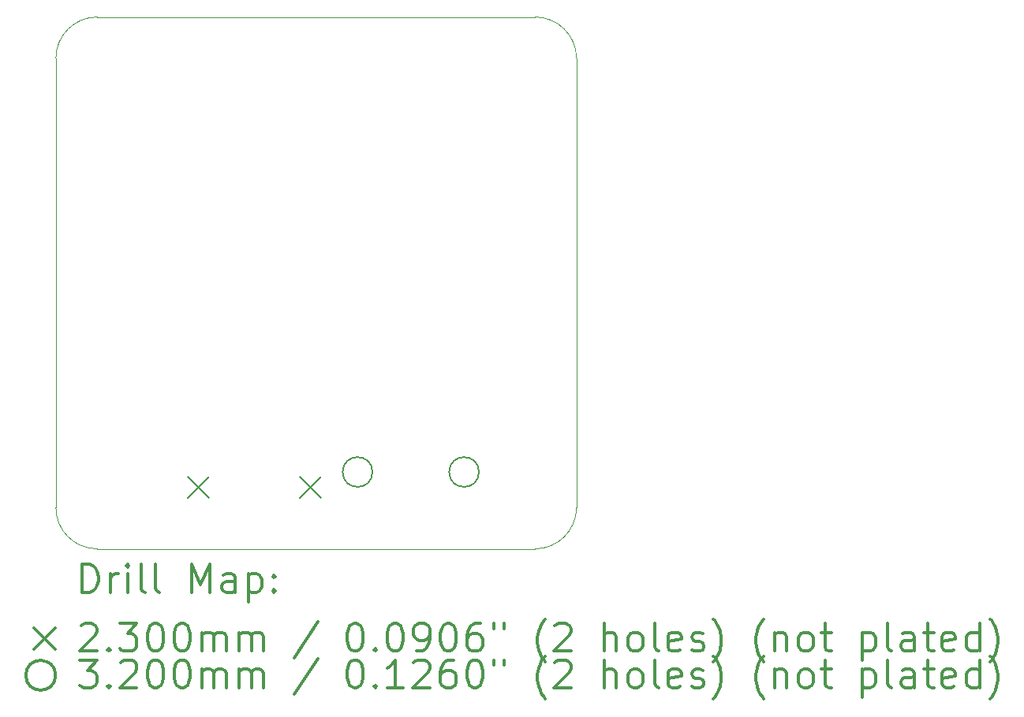
<source format=gbr>
%FSLAX45Y45*%
G04 Gerber Fmt 4.5, Leading zero omitted, Abs format (unit mm)*
G04 Created by KiCad (PCBNEW (5.1.10)-1) date 2021-07-13 13:09:28*
%MOMM*%
%LPD*%
G01*
G04 APERTURE LIST*
%TA.AperFunction,Profile*%
%ADD10C,0.050000*%
%TD*%
%ADD11C,0.200000*%
%ADD12C,0.300000*%
G04 APERTURE END LIST*
D10*
X8445500Y-4445000D02*
G75*
G02*
X8890000Y-4889500I0J-444500D01*
G01*
X8890000Y-9715500D02*
G75*
G02*
X8445500Y-10160000I-444500J0D01*
G01*
X3746500Y-10160000D02*
G75*
G02*
X3302000Y-9715500I0J444500D01*
G01*
X3302000Y-4889500D02*
G75*
G02*
X3746500Y-4445000I444500J0D01*
G01*
X3302000Y-9715500D02*
X3302000Y-4889500D01*
X8445500Y-10160000D02*
X3746500Y-10160000D01*
X8890000Y-4889500D02*
X8890000Y-9715500D01*
X3746500Y-4445000D02*
X8445500Y-4445000D01*
D11*
X4720000Y-9386000D02*
X4950000Y-9616000D01*
X4950000Y-9386000D02*
X4720000Y-9616000D01*
X5920000Y-9386000D02*
X6150000Y-9616000D01*
X6150000Y-9386000D02*
X5920000Y-9616000D01*
X6700500Y-9334500D02*
G75*
G03*
X6700500Y-9334500I-160000J0D01*
G01*
X7843500Y-9334500D02*
G75*
G03*
X7843500Y-9334500I-160000J0D01*
G01*
D12*
X3585928Y-10628214D02*
X3585928Y-10328214D01*
X3657357Y-10328214D01*
X3700214Y-10342500D01*
X3728786Y-10371072D01*
X3743071Y-10399643D01*
X3757357Y-10456786D01*
X3757357Y-10499643D01*
X3743071Y-10556786D01*
X3728786Y-10585357D01*
X3700214Y-10613929D01*
X3657357Y-10628214D01*
X3585928Y-10628214D01*
X3885928Y-10628214D02*
X3885928Y-10428214D01*
X3885928Y-10485357D02*
X3900214Y-10456786D01*
X3914500Y-10442500D01*
X3943071Y-10428214D01*
X3971643Y-10428214D01*
X4071643Y-10628214D02*
X4071643Y-10428214D01*
X4071643Y-10328214D02*
X4057357Y-10342500D01*
X4071643Y-10356786D01*
X4085928Y-10342500D01*
X4071643Y-10328214D01*
X4071643Y-10356786D01*
X4257357Y-10628214D02*
X4228786Y-10613929D01*
X4214500Y-10585357D01*
X4214500Y-10328214D01*
X4414500Y-10628214D02*
X4385928Y-10613929D01*
X4371643Y-10585357D01*
X4371643Y-10328214D01*
X4757357Y-10628214D02*
X4757357Y-10328214D01*
X4857357Y-10542500D01*
X4957357Y-10328214D01*
X4957357Y-10628214D01*
X5228786Y-10628214D02*
X5228786Y-10471072D01*
X5214500Y-10442500D01*
X5185928Y-10428214D01*
X5128786Y-10428214D01*
X5100214Y-10442500D01*
X5228786Y-10613929D02*
X5200214Y-10628214D01*
X5128786Y-10628214D01*
X5100214Y-10613929D01*
X5085928Y-10585357D01*
X5085928Y-10556786D01*
X5100214Y-10528214D01*
X5128786Y-10513929D01*
X5200214Y-10513929D01*
X5228786Y-10499643D01*
X5371643Y-10428214D02*
X5371643Y-10728214D01*
X5371643Y-10442500D02*
X5400214Y-10428214D01*
X5457357Y-10428214D01*
X5485928Y-10442500D01*
X5500214Y-10456786D01*
X5514500Y-10485357D01*
X5514500Y-10571072D01*
X5500214Y-10599643D01*
X5485928Y-10613929D01*
X5457357Y-10628214D01*
X5400214Y-10628214D01*
X5371643Y-10613929D01*
X5643071Y-10599643D02*
X5657357Y-10613929D01*
X5643071Y-10628214D01*
X5628786Y-10613929D01*
X5643071Y-10599643D01*
X5643071Y-10628214D01*
X5643071Y-10442500D02*
X5657357Y-10456786D01*
X5643071Y-10471072D01*
X5628786Y-10456786D01*
X5643071Y-10442500D01*
X5643071Y-10471072D01*
X3069500Y-11007500D02*
X3299500Y-11237500D01*
X3299500Y-11007500D02*
X3069500Y-11237500D01*
X3571643Y-10986786D02*
X3585928Y-10972500D01*
X3614500Y-10958214D01*
X3685928Y-10958214D01*
X3714500Y-10972500D01*
X3728786Y-10986786D01*
X3743071Y-11015357D01*
X3743071Y-11043929D01*
X3728786Y-11086786D01*
X3557357Y-11258214D01*
X3743071Y-11258214D01*
X3871643Y-11229643D02*
X3885928Y-11243929D01*
X3871643Y-11258214D01*
X3857357Y-11243929D01*
X3871643Y-11229643D01*
X3871643Y-11258214D01*
X3985928Y-10958214D02*
X4171643Y-10958214D01*
X4071643Y-11072500D01*
X4114500Y-11072500D01*
X4143071Y-11086786D01*
X4157357Y-11101072D01*
X4171643Y-11129643D01*
X4171643Y-11201071D01*
X4157357Y-11229643D01*
X4143071Y-11243929D01*
X4114500Y-11258214D01*
X4028786Y-11258214D01*
X4000214Y-11243929D01*
X3985928Y-11229643D01*
X4357357Y-10958214D02*
X4385928Y-10958214D01*
X4414500Y-10972500D01*
X4428786Y-10986786D01*
X4443071Y-11015357D01*
X4457357Y-11072500D01*
X4457357Y-11143929D01*
X4443071Y-11201071D01*
X4428786Y-11229643D01*
X4414500Y-11243929D01*
X4385928Y-11258214D01*
X4357357Y-11258214D01*
X4328786Y-11243929D01*
X4314500Y-11229643D01*
X4300214Y-11201071D01*
X4285928Y-11143929D01*
X4285928Y-11072500D01*
X4300214Y-11015357D01*
X4314500Y-10986786D01*
X4328786Y-10972500D01*
X4357357Y-10958214D01*
X4643071Y-10958214D02*
X4671643Y-10958214D01*
X4700214Y-10972500D01*
X4714500Y-10986786D01*
X4728786Y-11015357D01*
X4743071Y-11072500D01*
X4743071Y-11143929D01*
X4728786Y-11201071D01*
X4714500Y-11229643D01*
X4700214Y-11243929D01*
X4671643Y-11258214D01*
X4643071Y-11258214D01*
X4614500Y-11243929D01*
X4600214Y-11229643D01*
X4585928Y-11201071D01*
X4571643Y-11143929D01*
X4571643Y-11072500D01*
X4585928Y-11015357D01*
X4600214Y-10986786D01*
X4614500Y-10972500D01*
X4643071Y-10958214D01*
X4871643Y-11258214D02*
X4871643Y-11058214D01*
X4871643Y-11086786D02*
X4885928Y-11072500D01*
X4914500Y-11058214D01*
X4957357Y-11058214D01*
X4985928Y-11072500D01*
X5000214Y-11101072D01*
X5000214Y-11258214D01*
X5000214Y-11101072D02*
X5014500Y-11072500D01*
X5043071Y-11058214D01*
X5085928Y-11058214D01*
X5114500Y-11072500D01*
X5128786Y-11101072D01*
X5128786Y-11258214D01*
X5271643Y-11258214D02*
X5271643Y-11058214D01*
X5271643Y-11086786D02*
X5285928Y-11072500D01*
X5314500Y-11058214D01*
X5357357Y-11058214D01*
X5385928Y-11072500D01*
X5400214Y-11101072D01*
X5400214Y-11258214D01*
X5400214Y-11101072D02*
X5414500Y-11072500D01*
X5443071Y-11058214D01*
X5485928Y-11058214D01*
X5514500Y-11072500D01*
X5528786Y-11101072D01*
X5528786Y-11258214D01*
X6114500Y-10943929D02*
X5857357Y-11329643D01*
X6500214Y-10958214D02*
X6528786Y-10958214D01*
X6557357Y-10972500D01*
X6571643Y-10986786D01*
X6585928Y-11015357D01*
X6600214Y-11072500D01*
X6600214Y-11143929D01*
X6585928Y-11201071D01*
X6571643Y-11229643D01*
X6557357Y-11243929D01*
X6528786Y-11258214D01*
X6500214Y-11258214D01*
X6471643Y-11243929D01*
X6457357Y-11229643D01*
X6443071Y-11201071D01*
X6428786Y-11143929D01*
X6428786Y-11072500D01*
X6443071Y-11015357D01*
X6457357Y-10986786D01*
X6471643Y-10972500D01*
X6500214Y-10958214D01*
X6728786Y-11229643D02*
X6743071Y-11243929D01*
X6728786Y-11258214D01*
X6714500Y-11243929D01*
X6728786Y-11229643D01*
X6728786Y-11258214D01*
X6928786Y-10958214D02*
X6957357Y-10958214D01*
X6985928Y-10972500D01*
X7000214Y-10986786D01*
X7014500Y-11015357D01*
X7028786Y-11072500D01*
X7028786Y-11143929D01*
X7014500Y-11201071D01*
X7000214Y-11229643D01*
X6985928Y-11243929D01*
X6957357Y-11258214D01*
X6928786Y-11258214D01*
X6900214Y-11243929D01*
X6885928Y-11229643D01*
X6871643Y-11201071D01*
X6857357Y-11143929D01*
X6857357Y-11072500D01*
X6871643Y-11015357D01*
X6885928Y-10986786D01*
X6900214Y-10972500D01*
X6928786Y-10958214D01*
X7171643Y-11258214D02*
X7228786Y-11258214D01*
X7257357Y-11243929D01*
X7271643Y-11229643D01*
X7300214Y-11186786D01*
X7314500Y-11129643D01*
X7314500Y-11015357D01*
X7300214Y-10986786D01*
X7285928Y-10972500D01*
X7257357Y-10958214D01*
X7200214Y-10958214D01*
X7171643Y-10972500D01*
X7157357Y-10986786D01*
X7143071Y-11015357D01*
X7143071Y-11086786D01*
X7157357Y-11115357D01*
X7171643Y-11129643D01*
X7200214Y-11143929D01*
X7257357Y-11143929D01*
X7285928Y-11129643D01*
X7300214Y-11115357D01*
X7314500Y-11086786D01*
X7500214Y-10958214D02*
X7528786Y-10958214D01*
X7557357Y-10972500D01*
X7571643Y-10986786D01*
X7585928Y-11015357D01*
X7600214Y-11072500D01*
X7600214Y-11143929D01*
X7585928Y-11201071D01*
X7571643Y-11229643D01*
X7557357Y-11243929D01*
X7528786Y-11258214D01*
X7500214Y-11258214D01*
X7471643Y-11243929D01*
X7457357Y-11229643D01*
X7443071Y-11201071D01*
X7428786Y-11143929D01*
X7428786Y-11072500D01*
X7443071Y-11015357D01*
X7457357Y-10986786D01*
X7471643Y-10972500D01*
X7500214Y-10958214D01*
X7857357Y-10958214D02*
X7800214Y-10958214D01*
X7771643Y-10972500D01*
X7757357Y-10986786D01*
X7728786Y-11029643D01*
X7714500Y-11086786D01*
X7714500Y-11201071D01*
X7728786Y-11229643D01*
X7743071Y-11243929D01*
X7771643Y-11258214D01*
X7828786Y-11258214D01*
X7857357Y-11243929D01*
X7871643Y-11229643D01*
X7885928Y-11201071D01*
X7885928Y-11129643D01*
X7871643Y-11101072D01*
X7857357Y-11086786D01*
X7828786Y-11072500D01*
X7771643Y-11072500D01*
X7743071Y-11086786D01*
X7728786Y-11101072D01*
X7714500Y-11129643D01*
X8000214Y-10958214D02*
X8000214Y-11015357D01*
X8114500Y-10958214D02*
X8114500Y-11015357D01*
X8557357Y-11372500D02*
X8543071Y-11358214D01*
X8514500Y-11315357D01*
X8500214Y-11286786D01*
X8485928Y-11243929D01*
X8471643Y-11172500D01*
X8471643Y-11115357D01*
X8485928Y-11043929D01*
X8500214Y-11001072D01*
X8514500Y-10972500D01*
X8543071Y-10929643D01*
X8557357Y-10915357D01*
X8657357Y-10986786D02*
X8671643Y-10972500D01*
X8700214Y-10958214D01*
X8771643Y-10958214D01*
X8800214Y-10972500D01*
X8814500Y-10986786D01*
X8828786Y-11015357D01*
X8828786Y-11043929D01*
X8814500Y-11086786D01*
X8643071Y-11258214D01*
X8828786Y-11258214D01*
X9185928Y-11258214D02*
X9185928Y-10958214D01*
X9314500Y-11258214D02*
X9314500Y-11101072D01*
X9300214Y-11072500D01*
X9271643Y-11058214D01*
X9228786Y-11058214D01*
X9200214Y-11072500D01*
X9185928Y-11086786D01*
X9500214Y-11258214D02*
X9471643Y-11243929D01*
X9457357Y-11229643D01*
X9443071Y-11201071D01*
X9443071Y-11115357D01*
X9457357Y-11086786D01*
X9471643Y-11072500D01*
X9500214Y-11058214D01*
X9543071Y-11058214D01*
X9571643Y-11072500D01*
X9585928Y-11086786D01*
X9600214Y-11115357D01*
X9600214Y-11201071D01*
X9585928Y-11229643D01*
X9571643Y-11243929D01*
X9543071Y-11258214D01*
X9500214Y-11258214D01*
X9771643Y-11258214D02*
X9743071Y-11243929D01*
X9728786Y-11215357D01*
X9728786Y-10958214D01*
X10000214Y-11243929D02*
X9971643Y-11258214D01*
X9914500Y-11258214D01*
X9885928Y-11243929D01*
X9871643Y-11215357D01*
X9871643Y-11101072D01*
X9885928Y-11072500D01*
X9914500Y-11058214D01*
X9971643Y-11058214D01*
X10000214Y-11072500D01*
X10014500Y-11101072D01*
X10014500Y-11129643D01*
X9871643Y-11158214D01*
X10128786Y-11243929D02*
X10157357Y-11258214D01*
X10214500Y-11258214D01*
X10243071Y-11243929D01*
X10257357Y-11215357D01*
X10257357Y-11201071D01*
X10243071Y-11172500D01*
X10214500Y-11158214D01*
X10171643Y-11158214D01*
X10143071Y-11143929D01*
X10128786Y-11115357D01*
X10128786Y-11101072D01*
X10143071Y-11072500D01*
X10171643Y-11058214D01*
X10214500Y-11058214D01*
X10243071Y-11072500D01*
X10357357Y-11372500D02*
X10371643Y-11358214D01*
X10400214Y-11315357D01*
X10414500Y-11286786D01*
X10428786Y-11243929D01*
X10443071Y-11172500D01*
X10443071Y-11115357D01*
X10428786Y-11043929D01*
X10414500Y-11001072D01*
X10400214Y-10972500D01*
X10371643Y-10929643D01*
X10357357Y-10915357D01*
X10900214Y-11372500D02*
X10885928Y-11358214D01*
X10857357Y-11315357D01*
X10843071Y-11286786D01*
X10828786Y-11243929D01*
X10814500Y-11172500D01*
X10814500Y-11115357D01*
X10828786Y-11043929D01*
X10843071Y-11001072D01*
X10857357Y-10972500D01*
X10885928Y-10929643D01*
X10900214Y-10915357D01*
X11014500Y-11058214D02*
X11014500Y-11258214D01*
X11014500Y-11086786D02*
X11028786Y-11072500D01*
X11057357Y-11058214D01*
X11100214Y-11058214D01*
X11128786Y-11072500D01*
X11143071Y-11101072D01*
X11143071Y-11258214D01*
X11328786Y-11258214D02*
X11300214Y-11243929D01*
X11285928Y-11229643D01*
X11271643Y-11201071D01*
X11271643Y-11115357D01*
X11285928Y-11086786D01*
X11300214Y-11072500D01*
X11328786Y-11058214D01*
X11371643Y-11058214D01*
X11400214Y-11072500D01*
X11414500Y-11086786D01*
X11428786Y-11115357D01*
X11428786Y-11201071D01*
X11414500Y-11229643D01*
X11400214Y-11243929D01*
X11371643Y-11258214D01*
X11328786Y-11258214D01*
X11514500Y-11058214D02*
X11628786Y-11058214D01*
X11557357Y-10958214D02*
X11557357Y-11215357D01*
X11571643Y-11243929D01*
X11600214Y-11258214D01*
X11628786Y-11258214D01*
X11957357Y-11058214D02*
X11957357Y-11358214D01*
X11957357Y-11072500D02*
X11985928Y-11058214D01*
X12043071Y-11058214D01*
X12071643Y-11072500D01*
X12085928Y-11086786D01*
X12100214Y-11115357D01*
X12100214Y-11201071D01*
X12085928Y-11229643D01*
X12071643Y-11243929D01*
X12043071Y-11258214D01*
X11985928Y-11258214D01*
X11957357Y-11243929D01*
X12271643Y-11258214D02*
X12243071Y-11243929D01*
X12228786Y-11215357D01*
X12228786Y-10958214D01*
X12514500Y-11258214D02*
X12514500Y-11101072D01*
X12500214Y-11072500D01*
X12471643Y-11058214D01*
X12414500Y-11058214D01*
X12385928Y-11072500D01*
X12514500Y-11243929D02*
X12485928Y-11258214D01*
X12414500Y-11258214D01*
X12385928Y-11243929D01*
X12371643Y-11215357D01*
X12371643Y-11186786D01*
X12385928Y-11158214D01*
X12414500Y-11143929D01*
X12485928Y-11143929D01*
X12514500Y-11129643D01*
X12614500Y-11058214D02*
X12728786Y-11058214D01*
X12657357Y-10958214D02*
X12657357Y-11215357D01*
X12671643Y-11243929D01*
X12700214Y-11258214D01*
X12728786Y-11258214D01*
X12943071Y-11243929D02*
X12914500Y-11258214D01*
X12857357Y-11258214D01*
X12828786Y-11243929D01*
X12814500Y-11215357D01*
X12814500Y-11101072D01*
X12828786Y-11072500D01*
X12857357Y-11058214D01*
X12914500Y-11058214D01*
X12943071Y-11072500D01*
X12957357Y-11101072D01*
X12957357Y-11129643D01*
X12814500Y-11158214D01*
X13214500Y-11258214D02*
X13214500Y-10958214D01*
X13214500Y-11243929D02*
X13185928Y-11258214D01*
X13128786Y-11258214D01*
X13100214Y-11243929D01*
X13085928Y-11229643D01*
X13071643Y-11201071D01*
X13071643Y-11115357D01*
X13085928Y-11086786D01*
X13100214Y-11072500D01*
X13128786Y-11058214D01*
X13185928Y-11058214D01*
X13214500Y-11072500D01*
X13328786Y-11372500D02*
X13343071Y-11358214D01*
X13371643Y-11315357D01*
X13385928Y-11286786D01*
X13400214Y-11243929D01*
X13414500Y-11172500D01*
X13414500Y-11115357D01*
X13400214Y-11043929D01*
X13385928Y-11001072D01*
X13371643Y-10972500D01*
X13343071Y-10929643D01*
X13328786Y-10915357D01*
X3299500Y-11518500D02*
G75*
G03*
X3299500Y-11518500I-160000J0D01*
G01*
X3557357Y-11354214D02*
X3743071Y-11354214D01*
X3643071Y-11468500D01*
X3685928Y-11468500D01*
X3714500Y-11482786D01*
X3728786Y-11497071D01*
X3743071Y-11525643D01*
X3743071Y-11597071D01*
X3728786Y-11625643D01*
X3714500Y-11639929D01*
X3685928Y-11654214D01*
X3600214Y-11654214D01*
X3571643Y-11639929D01*
X3557357Y-11625643D01*
X3871643Y-11625643D02*
X3885928Y-11639929D01*
X3871643Y-11654214D01*
X3857357Y-11639929D01*
X3871643Y-11625643D01*
X3871643Y-11654214D01*
X4000214Y-11382786D02*
X4014500Y-11368500D01*
X4043071Y-11354214D01*
X4114500Y-11354214D01*
X4143071Y-11368500D01*
X4157357Y-11382786D01*
X4171643Y-11411357D01*
X4171643Y-11439929D01*
X4157357Y-11482786D01*
X3985928Y-11654214D01*
X4171643Y-11654214D01*
X4357357Y-11354214D02*
X4385928Y-11354214D01*
X4414500Y-11368500D01*
X4428786Y-11382786D01*
X4443071Y-11411357D01*
X4457357Y-11468500D01*
X4457357Y-11539929D01*
X4443071Y-11597071D01*
X4428786Y-11625643D01*
X4414500Y-11639929D01*
X4385928Y-11654214D01*
X4357357Y-11654214D01*
X4328786Y-11639929D01*
X4314500Y-11625643D01*
X4300214Y-11597071D01*
X4285928Y-11539929D01*
X4285928Y-11468500D01*
X4300214Y-11411357D01*
X4314500Y-11382786D01*
X4328786Y-11368500D01*
X4357357Y-11354214D01*
X4643071Y-11354214D02*
X4671643Y-11354214D01*
X4700214Y-11368500D01*
X4714500Y-11382786D01*
X4728786Y-11411357D01*
X4743071Y-11468500D01*
X4743071Y-11539929D01*
X4728786Y-11597071D01*
X4714500Y-11625643D01*
X4700214Y-11639929D01*
X4671643Y-11654214D01*
X4643071Y-11654214D01*
X4614500Y-11639929D01*
X4600214Y-11625643D01*
X4585928Y-11597071D01*
X4571643Y-11539929D01*
X4571643Y-11468500D01*
X4585928Y-11411357D01*
X4600214Y-11382786D01*
X4614500Y-11368500D01*
X4643071Y-11354214D01*
X4871643Y-11654214D02*
X4871643Y-11454214D01*
X4871643Y-11482786D02*
X4885928Y-11468500D01*
X4914500Y-11454214D01*
X4957357Y-11454214D01*
X4985928Y-11468500D01*
X5000214Y-11497071D01*
X5000214Y-11654214D01*
X5000214Y-11497071D02*
X5014500Y-11468500D01*
X5043071Y-11454214D01*
X5085928Y-11454214D01*
X5114500Y-11468500D01*
X5128786Y-11497071D01*
X5128786Y-11654214D01*
X5271643Y-11654214D02*
X5271643Y-11454214D01*
X5271643Y-11482786D02*
X5285928Y-11468500D01*
X5314500Y-11454214D01*
X5357357Y-11454214D01*
X5385928Y-11468500D01*
X5400214Y-11497071D01*
X5400214Y-11654214D01*
X5400214Y-11497071D02*
X5414500Y-11468500D01*
X5443071Y-11454214D01*
X5485928Y-11454214D01*
X5514500Y-11468500D01*
X5528786Y-11497071D01*
X5528786Y-11654214D01*
X6114500Y-11339929D02*
X5857357Y-11725643D01*
X6500214Y-11354214D02*
X6528786Y-11354214D01*
X6557357Y-11368500D01*
X6571643Y-11382786D01*
X6585928Y-11411357D01*
X6600214Y-11468500D01*
X6600214Y-11539929D01*
X6585928Y-11597071D01*
X6571643Y-11625643D01*
X6557357Y-11639929D01*
X6528786Y-11654214D01*
X6500214Y-11654214D01*
X6471643Y-11639929D01*
X6457357Y-11625643D01*
X6443071Y-11597071D01*
X6428786Y-11539929D01*
X6428786Y-11468500D01*
X6443071Y-11411357D01*
X6457357Y-11382786D01*
X6471643Y-11368500D01*
X6500214Y-11354214D01*
X6728786Y-11625643D02*
X6743071Y-11639929D01*
X6728786Y-11654214D01*
X6714500Y-11639929D01*
X6728786Y-11625643D01*
X6728786Y-11654214D01*
X7028786Y-11654214D02*
X6857357Y-11654214D01*
X6943071Y-11654214D02*
X6943071Y-11354214D01*
X6914500Y-11397071D01*
X6885928Y-11425643D01*
X6857357Y-11439929D01*
X7143071Y-11382786D02*
X7157357Y-11368500D01*
X7185928Y-11354214D01*
X7257357Y-11354214D01*
X7285928Y-11368500D01*
X7300214Y-11382786D01*
X7314500Y-11411357D01*
X7314500Y-11439929D01*
X7300214Y-11482786D01*
X7128786Y-11654214D01*
X7314500Y-11654214D01*
X7571643Y-11354214D02*
X7514500Y-11354214D01*
X7485928Y-11368500D01*
X7471643Y-11382786D01*
X7443071Y-11425643D01*
X7428786Y-11482786D01*
X7428786Y-11597071D01*
X7443071Y-11625643D01*
X7457357Y-11639929D01*
X7485928Y-11654214D01*
X7543071Y-11654214D01*
X7571643Y-11639929D01*
X7585928Y-11625643D01*
X7600214Y-11597071D01*
X7600214Y-11525643D01*
X7585928Y-11497071D01*
X7571643Y-11482786D01*
X7543071Y-11468500D01*
X7485928Y-11468500D01*
X7457357Y-11482786D01*
X7443071Y-11497071D01*
X7428786Y-11525643D01*
X7785928Y-11354214D02*
X7814500Y-11354214D01*
X7843071Y-11368500D01*
X7857357Y-11382786D01*
X7871643Y-11411357D01*
X7885928Y-11468500D01*
X7885928Y-11539929D01*
X7871643Y-11597071D01*
X7857357Y-11625643D01*
X7843071Y-11639929D01*
X7814500Y-11654214D01*
X7785928Y-11654214D01*
X7757357Y-11639929D01*
X7743071Y-11625643D01*
X7728786Y-11597071D01*
X7714500Y-11539929D01*
X7714500Y-11468500D01*
X7728786Y-11411357D01*
X7743071Y-11382786D01*
X7757357Y-11368500D01*
X7785928Y-11354214D01*
X8000214Y-11354214D02*
X8000214Y-11411357D01*
X8114500Y-11354214D02*
X8114500Y-11411357D01*
X8557357Y-11768500D02*
X8543071Y-11754214D01*
X8514500Y-11711357D01*
X8500214Y-11682786D01*
X8485928Y-11639929D01*
X8471643Y-11568500D01*
X8471643Y-11511357D01*
X8485928Y-11439929D01*
X8500214Y-11397071D01*
X8514500Y-11368500D01*
X8543071Y-11325643D01*
X8557357Y-11311357D01*
X8657357Y-11382786D02*
X8671643Y-11368500D01*
X8700214Y-11354214D01*
X8771643Y-11354214D01*
X8800214Y-11368500D01*
X8814500Y-11382786D01*
X8828786Y-11411357D01*
X8828786Y-11439929D01*
X8814500Y-11482786D01*
X8643071Y-11654214D01*
X8828786Y-11654214D01*
X9185928Y-11654214D02*
X9185928Y-11354214D01*
X9314500Y-11654214D02*
X9314500Y-11497071D01*
X9300214Y-11468500D01*
X9271643Y-11454214D01*
X9228786Y-11454214D01*
X9200214Y-11468500D01*
X9185928Y-11482786D01*
X9500214Y-11654214D02*
X9471643Y-11639929D01*
X9457357Y-11625643D01*
X9443071Y-11597071D01*
X9443071Y-11511357D01*
X9457357Y-11482786D01*
X9471643Y-11468500D01*
X9500214Y-11454214D01*
X9543071Y-11454214D01*
X9571643Y-11468500D01*
X9585928Y-11482786D01*
X9600214Y-11511357D01*
X9600214Y-11597071D01*
X9585928Y-11625643D01*
X9571643Y-11639929D01*
X9543071Y-11654214D01*
X9500214Y-11654214D01*
X9771643Y-11654214D02*
X9743071Y-11639929D01*
X9728786Y-11611357D01*
X9728786Y-11354214D01*
X10000214Y-11639929D02*
X9971643Y-11654214D01*
X9914500Y-11654214D01*
X9885928Y-11639929D01*
X9871643Y-11611357D01*
X9871643Y-11497071D01*
X9885928Y-11468500D01*
X9914500Y-11454214D01*
X9971643Y-11454214D01*
X10000214Y-11468500D01*
X10014500Y-11497071D01*
X10014500Y-11525643D01*
X9871643Y-11554214D01*
X10128786Y-11639929D02*
X10157357Y-11654214D01*
X10214500Y-11654214D01*
X10243071Y-11639929D01*
X10257357Y-11611357D01*
X10257357Y-11597071D01*
X10243071Y-11568500D01*
X10214500Y-11554214D01*
X10171643Y-11554214D01*
X10143071Y-11539929D01*
X10128786Y-11511357D01*
X10128786Y-11497071D01*
X10143071Y-11468500D01*
X10171643Y-11454214D01*
X10214500Y-11454214D01*
X10243071Y-11468500D01*
X10357357Y-11768500D02*
X10371643Y-11754214D01*
X10400214Y-11711357D01*
X10414500Y-11682786D01*
X10428786Y-11639929D01*
X10443071Y-11568500D01*
X10443071Y-11511357D01*
X10428786Y-11439929D01*
X10414500Y-11397071D01*
X10400214Y-11368500D01*
X10371643Y-11325643D01*
X10357357Y-11311357D01*
X10900214Y-11768500D02*
X10885928Y-11754214D01*
X10857357Y-11711357D01*
X10843071Y-11682786D01*
X10828786Y-11639929D01*
X10814500Y-11568500D01*
X10814500Y-11511357D01*
X10828786Y-11439929D01*
X10843071Y-11397071D01*
X10857357Y-11368500D01*
X10885928Y-11325643D01*
X10900214Y-11311357D01*
X11014500Y-11454214D02*
X11014500Y-11654214D01*
X11014500Y-11482786D02*
X11028786Y-11468500D01*
X11057357Y-11454214D01*
X11100214Y-11454214D01*
X11128786Y-11468500D01*
X11143071Y-11497071D01*
X11143071Y-11654214D01*
X11328786Y-11654214D02*
X11300214Y-11639929D01*
X11285928Y-11625643D01*
X11271643Y-11597071D01*
X11271643Y-11511357D01*
X11285928Y-11482786D01*
X11300214Y-11468500D01*
X11328786Y-11454214D01*
X11371643Y-11454214D01*
X11400214Y-11468500D01*
X11414500Y-11482786D01*
X11428786Y-11511357D01*
X11428786Y-11597071D01*
X11414500Y-11625643D01*
X11400214Y-11639929D01*
X11371643Y-11654214D01*
X11328786Y-11654214D01*
X11514500Y-11454214D02*
X11628786Y-11454214D01*
X11557357Y-11354214D02*
X11557357Y-11611357D01*
X11571643Y-11639929D01*
X11600214Y-11654214D01*
X11628786Y-11654214D01*
X11957357Y-11454214D02*
X11957357Y-11754214D01*
X11957357Y-11468500D02*
X11985928Y-11454214D01*
X12043071Y-11454214D01*
X12071643Y-11468500D01*
X12085928Y-11482786D01*
X12100214Y-11511357D01*
X12100214Y-11597071D01*
X12085928Y-11625643D01*
X12071643Y-11639929D01*
X12043071Y-11654214D01*
X11985928Y-11654214D01*
X11957357Y-11639929D01*
X12271643Y-11654214D02*
X12243071Y-11639929D01*
X12228786Y-11611357D01*
X12228786Y-11354214D01*
X12514500Y-11654214D02*
X12514500Y-11497071D01*
X12500214Y-11468500D01*
X12471643Y-11454214D01*
X12414500Y-11454214D01*
X12385928Y-11468500D01*
X12514500Y-11639929D02*
X12485928Y-11654214D01*
X12414500Y-11654214D01*
X12385928Y-11639929D01*
X12371643Y-11611357D01*
X12371643Y-11582786D01*
X12385928Y-11554214D01*
X12414500Y-11539929D01*
X12485928Y-11539929D01*
X12514500Y-11525643D01*
X12614500Y-11454214D02*
X12728786Y-11454214D01*
X12657357Y-11354214D02*
X12657357Y-11611357D01*
X12671643Y-11639929D01*
X12700214Y-11654214D01*
X12728786Y-11654214D01*
X12943071Y-11639929D02*
X12914500Y-11654214D01*
X12857357Y-11654214D01*
X12828786Y-11639929D01*
X12814500Y-11611357D01*
X12814500Y-11497071D01*
X12828786Y-11468500D01*
X12857357Y-11454214D01*
X12914500Y-11454214D01*
X12943071Y-11468500D01*
X12957357Y-11497071D01*
X12957357Y-11525643D01*
X12814500Y-11554214D01*
X13214500Y-11654214D02*
X13214500Y-11354214D01*
X13214500Y-11639929D02*
X13185928Y-11654214D01*
X13128786Y-11654214D01*
X13100214Y-11639929D01*
X13085928Y-11625643D01*
X13071643Y-11597071D01*
X13071643Y-11511357D01*
X13085928Y-11482786D01*
X13100214Y-11468500D01*
X13128786Y-11454214D01*
X13185928Y-11454214D01*
X13214500Y-11468500D01*
X13328786Y-11768500D02*
X13343071Y-11754214D01*
X13371643Y-11711357D01*
X13385928Y-11682786D01*
X13400214Y-11639929D01*
X13414500Y-11568500D01*
X13414500Y-11511357D01*
X13400214Y-11439929D01*
X13385928Y-11397071D01*
X13371643Y-11368500D01*
X13343071Y-11325643D01*
X13328786Y-11311357D01*
M02*

</source>
